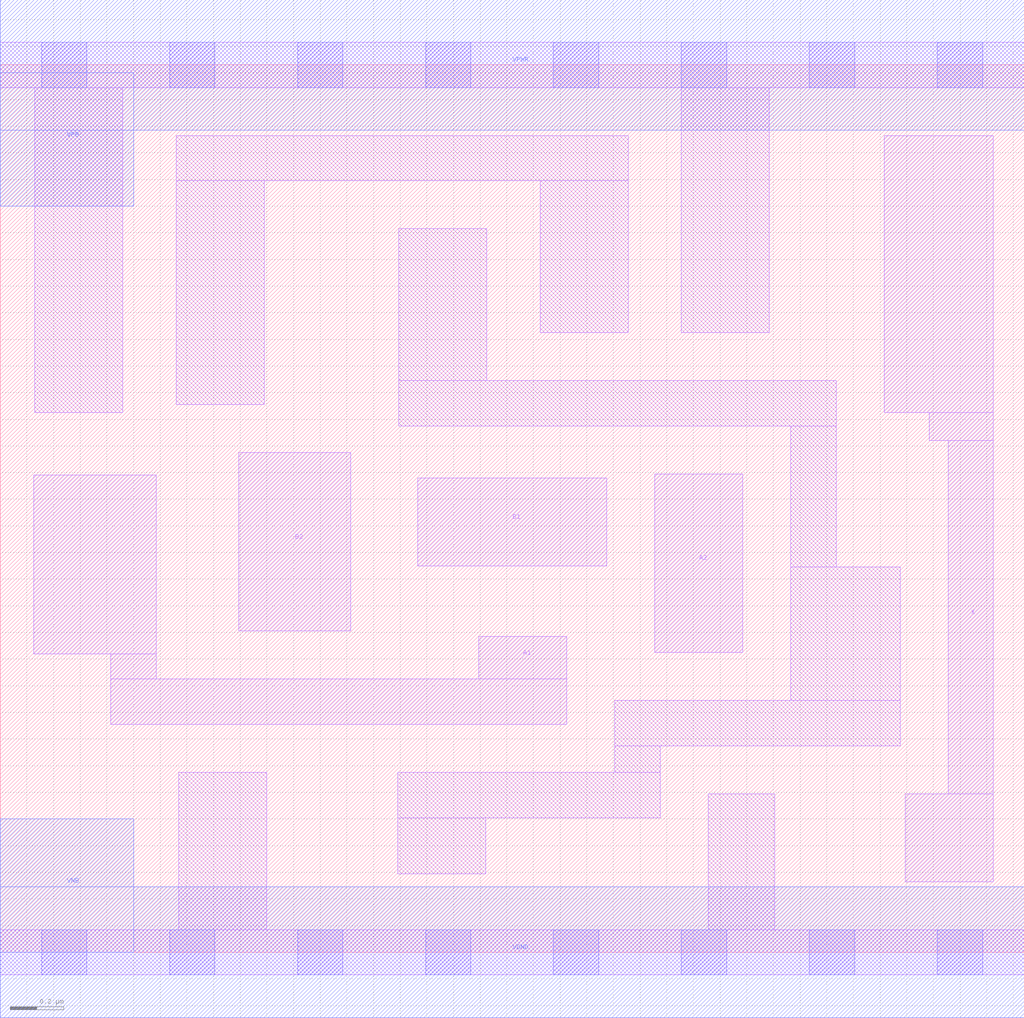
<source format=lef>
# Copyright 2020 The SkyWater PDK Authors
#
# Licensed under the Apache License, Version 2.0 (the "License");
# you may not use this file except in compliance with the License.
# You may obtain a copy of the License at
#
#     https://www.apache.org/licenses/LICENSE-2.0
#
# Unless required by applicable law or agreed to in writing, software
# distributed under the License is distributed on an "AS IS" BASIS,
# WITHOUT WARRANTIES OR CONDITIONS OF ANY KIND, either express or implied.
# See the License for the specific language governing permissions and
# limitations under the License.
#
# SPDX-License-Identifier: Apache-2.0

VERSION 5.5 ;
NAMESCASESENSITIVE ON ;
BUSBITCHARS "[]" ;
DIVIDERCHAR "/" ;
MACRO sky130_fd_sc_lp__a22o_lp
  CLASS CORE ;
  SOURCE USER ;
  ORIGIN  0.000000  0.000000 ;
  SIZE  3.840000 BY  3.330000 ;
  SYMMETRY X Y R90 ;
  SITE unit ;
  PIN A1
    ANTENNAGATEAREA  0.313000 ;
    DIRECTION INPUT ;
    USE SIGNAL ;
    PORT
      LAYER li1 ;
        RECT 0.125000 1.120000 0.585000 1.790000 ;
        RECT 0.415000 0.855000 2.125000 1.025000 ;
        RECT 0.415000 1.025000 0.585000 1.120000 ;
        RECT 1.795000 1.025000 2.125000 1.185000 ;
    END
  END A1
  PIN A2
    ANTENNAGATEAREA  0.313000 ;
    DIRECTION INPUT ;
    USE SIGNAL ;
    PORT
      LAYER li1 ;
        RECT 2.455000 1.125000 2.785000 1.795000 ;
    END
  END A2
  PIN B1
    ANTENNAGATEAREA  0.313000 ;
    DIRECTION INPUT ;
    USE SIGNAL ;
    PORT
      LAYER li1 ;
        RECT 1.565000 1.450000 2.275000 1.780000 ;
    END
  END B1
  PIN B2
    ANTENNAGATEAREA  0.313000 ;
    DIRECTION INPUT ;
    USE SIGNAL ;
    PORT
      LAYER li1 ;
        RECT 0.895000 1.205000 1.315000 1.875000 ;
    END
  END B2
  PIN X
    ANTENNADIFFAREA  0.404700 ;
    DIRECTION OUTPUT ;
    USE SIGNAL ;
    PORT
      LAYER li1 ;
        RECT 3.315000 2.025000 3.725000 3.065000 ;
        RECT 3.395000 0.265000 3.725000 0.595000 ;
        RECT 3.485000 1.920000 3.725000 2.025000 ;
        RECT 3.555000 0.595000 3.725000 1.920000 ;
    END
  END X
  PIN VGND
    DIRECTION INOUT ;
    USE GROUND ;
    PORT
      LAYER met1 ;
        RECT 0.000000 -0.245000 3.840000 0.245000 ;
    END
  END VGND
  PIN VNB
    DIRECTION INOUT ;
    USE GROUND ;
    PORT
      LAYER met1 ;
        RECT 0.000000 0.000000 0.500000 0.500000 ;
    END
  END VNB
  PIN VPB
    DIRECTION INOUT ;
    USE POWER ;
    PORT
      LAYER met1 ;
        RECT 0.000000 2.800000 0.500000 3.300000 ;
    END
  END VPB
  PIN VPWR
    DIRECTION INOUT ;
    USE POWER ;
    PORT
      LAYER met1 ;
        RECT 0.000000 3.085000 3.840000 3.575000 ;
    END
  END VPWR
  OBS
    LAYER li1 ;
      RECT 0.000000 -0.085000 3.840000 0.085000 ;
      RECT 0.000000  3.245000 3.840000 3.415000 ;
      RECT 0.130000  2.025000 0.460000 3.245000 ;
      RECT 0.660000  2.055000 0.990000 2.895000 ;
      RECT 0.660000  2.895000 2.355000 3.065000 ;
      RECT 0.670000  0.085000 1.000000 0.675000 ;
      RECT 1.490000  0.295000 1.820000 0.505000 ;
      RECT 1.490000  0.505000 2.475000 0.675000 ;
      RECT 1.495000  1.975000 3.135000 2.145000 ;
      RECT 1.495000  2.145000 1.825000 2.715000 ;
      RECT 2.025000  2.325000 2.355000 2.895000 ;
      RECT 2.305000  0.675000 2.475000 0.775000 ;
      RECT 2.305000  0.775000 3.375000 0.945000 ;
      RECT 2.555000  2.325000 2.885000 3.245000 ;
      RECT 2.655000  0.085000 2.905000 0.595000 ;
      RECT 2.965000  0.945000 3.375000 1.445000 ;
      RECT 2.965000  1.445000 3.135000 1.975000 ;
    LAYER mcon ;
      RECT 0.155000 -0.085000 0.325000 0.085000 ;
      RECT 0.155000  3.245000 0.325000 3.415000 ;
      RECT 0.635000 -0.085000 0.805000 0.085000 ;
      RECT 0.635000  3.245000 0.805000 3.415000 ;
      RECT 1.115000 -0.085000 1.285000 0.085000 ;
      RECT 1.115000  3.245000 1.285000 3.415000 ;
      RECT 1.595000 -0.085000 1.765000 0.085000 ;
      RECT 1.595000  3.245000 1.765000 3.415000 ;
      RECT 2.075000 -0.085000 2.245000 0.085000 ;
      RECT 2.075000  3.245000 2.245000 3.415000 ;
      RECT 2.555000 -0.085000 2.725000 0.085000 ;
      RECT 2.555000  3.245000 2.725000 3.415000 ;
      RECT 3.035000 -0.085000 3.205000 0.085000 ;
      RECT 3.035000  3.245000 3.205000 3.415000 ;
      RECT 3.515000 -0.085000 3.685000 0.085000 ;
      RECT 3.515000  3.245000 3.685000 3.415000 ;
  END
END sky130_fd_sc_lp__a22o_lp
END LIBRARY

</source>
